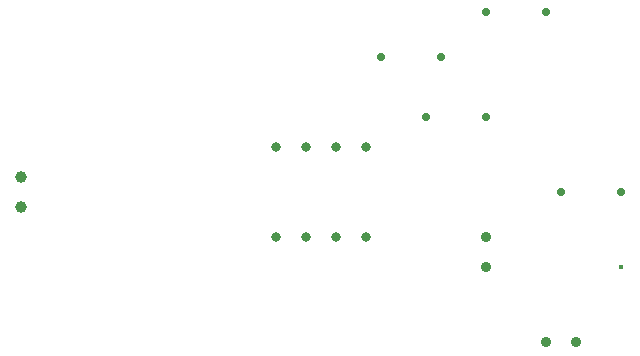
<source format=gbr>
%TF.GenerationSoftware,KiCad,Pcbnew,5.0.2+dfsg1-1+deb10u1*%
%TF.CreationDate,2023-01-12T16:54:29+08:00*%
%TF.ProjectId,555-blinker,3535352d-626c-4696-9e6b-65722e6b6963,1.0*%
%TF.SameCoordinates,Original*%
%TF.FileFunction,Plated,1,2,PTH,Drill*%
%TF.FilePolarity,Positive*%
%FSLAX46Y46*%
G04 Gerber Fmt 4.6, Leading zero omitted, Abs format (unit mm)*
G04 Created by KiCad (PCBNEW 5.0.2+dfsg1-1+deb10u1) date Thu 12 Jan 2023 04:54:29 PM +08*
%MOMM*%
%LPD*%
G01*
G04 APERTURE LIST*
%TA.AperFunction,ViaDrill*%
%ADD10C,0.400000*%
%TD*%
%TA.AperFunction,ComponentDrill*%
%ADD11C,0.700000*%
%TD*%
%TA.AperFunction,ComponentDrill*%
%ADD12C,0.800000*%
%TD*%
%TA.AperFunction,ComponentDrill*%
%ADD13C,0.900000*%
%TD*%
%TA.AperFunction,ComponentDrill*%
%ADD14C,1.000000*%
%TD*%
G04 APERTURE END LIST*
D10*
X154940000Y-59690000D03*
D11*
%TO.C,R3*%
X143510000Y-38100000D03*
X148590000Y-38100000D03*
%TO.C,R4*%
X149860000Y-53340000D03*
X154940000Y-53340000D03*
%TO.C,R1*%
X134620000Y-41910000D03*
X139700000Y-41910000D03*
%TO.C,R2*%
X138430000Y-46990000D03*
X143510000Y-46990000D03*
D12*
%TO.C,U1*%
X125730000Y-49530000D03*
X125730000Y-57150000D03*
X128270000Y-49530000D03*
X128270000Y-57150000D03*
X130810000Y-49530000D03*
X130810000Y-57150000D03*
X133350000Y-49530000D03*
X133350000Y-57150000D03*
D13*
%TO.C,D2*%
X148590000Y-66040000D03*
X151130000Y-66040000D03*
%TO.C,D1*%
X143510000Y-57150000D03*
X143510000Y-59690000D03*
D14*
%TO.C,BT1*%
X104140000Y-52070000D03*
X104140000Y-54610000D03*
M02*

</source>
